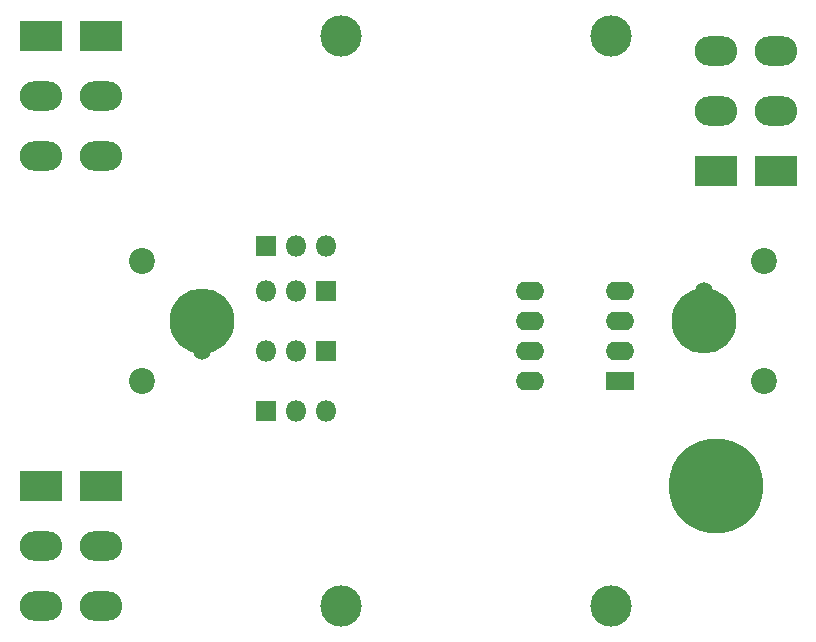
<source format=gbr>
G04 #@! TF.FileFunction,Soldermask,Bot*
%FSLAX46Y46*%
G04 Gerber Fmt 4.6, Leading zero omitted, Abs format (unit mm)*
G04 Created by KiCad (PCBNEW 4.0.2-stable) date 10/6/2017 5:38:16 PM*
%MOMM*%
G01*
G04 APERTURE LIST*
%ADD10C,0.100000*%
%ADD11C,5.500000*%
%ADD12C,1.500000*%
%ADD13C,2.200000*%
%ADD14O,3.600000X2.500000*%
%ADD15R,3.600000X2.500000*%
%ADD16R,1.800000X1.800000*%
%ADD17O,1.800000X1.800000*%
%ADD18R,2.400000X1.600000*%
%ADD19O,2.400000X1.600000*%
%ADD20C,8.000000*%
%ADD21C,3.500000*%
G04 APERTURE END LIST*
D10*
D11*
X208600000Y-180340000D03*
D12*
X208600000Y-177800000D03*
D13*
X213680000Y-175260000D03*
X213680000Y-185420000D03*
D14*
X214630000Y-157480000D03*
X214630000Y-162560000D03*
D15*
X214630000Y-167640000D03*
X209550000Y-167640000D03*
D14*
X209550000Y-162560000D03*
X209550000Y-157480000D03*
X152400000Y-166370000D03*
X152400000Y-161290000D03*
D15*
X152400000Y-156210000D03*
X157480000Y-156210000D03*
D14*
X157480000Y-161290000D03*
X157480000Y-166370000D03*
X152400000Y-204470000D03*
X152400000Y-199390000D03*
D15*
X152400000Y-194310000D03*
X157480000Y-194310000D03*
D14*
X157480000Y-199390000D03*
X157480000Y-204470000D03*
D11*
X166050000Y-180340000D03*
D12*
X166050000Y-182880000D03*
D13*
X160970000Y-185420000D03*
X160970000Y-175260000D03*
D16*
X171450000Y-173990000D03*
D17*
X173990000Y-173990000D03*
X176530000Y-173990000D03*
D16*
X171450000Y-187960000D03*
D17*
X173990000Y-187960000D03*
X176530000Y-187960000D03*
D16*
X176530000Y-177800000D03*
D17*
X173990000Y-177800000D03*
X171450000Y-177800000D03*
D16*
X176530000Y-182880000D03*
D17*
X173990000Y-182880000D03*
X171450000Y-182880000D03*
D18*
X201422000Y-185420000D03*
D19*
X193802000Y-177800000D03*
X201422000Y-182880000D03*
X193802000Y-180340000D03*
X201422000Y-180340000D03*
X193802000Y-182880000D03*
X201422000Y-177800000D03*
X193802000Y-185420000D03*
D20*
X209550000Y-194310000D03*
D21*
X200660000Y-156210000D03*
X177800000Y-156210000D03*
X200660000Y-204470000D03*
X177800000Y-204470000D03*
M02*

</source>
